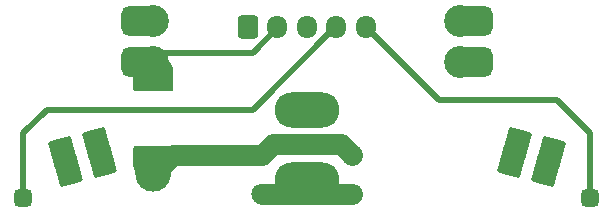
<source format=gbl>
G04 #@! TF.GenerationSoftware,KiCad,Pcbnew,(6.0.5)*
G04 #@! TF.CreationDate,2022-05-28T17:46:07-04:00*
G04 #@! TF.ProjectId,spin-tgd-power,7370696e-2d74-4676-942d-706f7765722e,rev?*
G04 #@! TF.SameCoordinates,Original*
G04 #@! TF.FileFunction,Copper,L2,Bot*
G04 #@! TF.FilePolarity,Positive*
%FSLAX46Y46*%
G04 Gerber Fmt 4.6, Leading zero omitted, Abs format (unit mm)*
G04 Created by KiCad (PCBNEW (6.0.5)) date 2022-05-28 17:46:07*
%MOMM*%
%LPD*%
G01*
G04 APERTURE LIST*
G04 Aperture macros list*
%AMRoundRect*
0 Rectangle with rounded corners*
0 $1 Rounding radius*
0 $2 $3 $4 $5 $6 $7 $8 $9 X,Y pos of 4 corners*
0 Add a 4 corners polygon primitive as box body*
4,1,4,$2,$3,$4,$5,$6,$7,$8,$9,$2,$3,0*
0 Add four circle primitives for the rounded corners*
1,1,$1+$1,$2,$3*
1,1,$1+$1,$4,$5*
1,1,$1+$1,$6,$7*
1,1,$1+$1,$8,$9*
0 Add four rect primitives between the rounded corners*
20,1,$1+$1,$2,$3,$4,$5,0*
20,1,$1+$1,$4,$5,$6,$7,0*
20,1,$1+$1,$6,$7,$8,$9,0*
20,1,$1+$1,$8,$9,$2,$3,0*%
G04 Aperture macros list end*
G04 #@! TA.AperFunction,ComponentPad*
%ADD10C,1.800000*%
G04 #@! TD*
G04 #@! TA.AperFunction,ComponentPad*
%ADD11C,3.000000*%
G04 #@! TD*
G04 #@! TA.AperFunction,ComponentPad*
%ADD12RoundRect,0.250000X-0.600000X-0.725000X0.600000X-0.725000X0.600000X0.725000X-0.600000X0.725000X0*%
G04 #@! TD*
G04 #@! TA.AperFunction,ComponentPad*
%ADD13O,1.700000X1.950000*%
G04 #@! TD*
G04 #@! TA.AperFunction,ComponentPad*
%ADD14RoundRect,0.375000X-0.375000X-0.375000X0.375000X-0.375000X0.375000X0.375000X-0.375000X0.375000X0*%
G04 #@! TD*
G04 #@! TA.AperFunction,SMDPad,CuDef*
%ADD15RoundRect,0.625000X1.125000X-0.625000X1.125000X0.625000X-1.125000X0.625000X-1.125000X-0.625000X0*%
G04 #@! TD*
G04 #@! TA.AperFunction,ComponentPad*
%ADD16C,2.700000*%
G04 #@! TD*
G04 #@! TA.AperFunction,ComponentPad*
%ADD17RoundRect,1.500000X-1.250000X0.000000X-1.250000X0.000000X1.250000X0.000000X1.250000X0.000000X0*%
G04 #@! TD*
G04 #@! TA.AperFunction,SMDPad,CuDef*
%ADD18RoundRect,0.625000X-1.125000X0.625000X-1.125000X-0.625000X1.125000X-0.625000X1.125000X0.625000X0*%
G04 #@! TD*
G04 #@! TA.AperFunction,ComponentPad*
%ADD19RoundRect,0.200000X1.044501X0.807167X-0.500981X1.221277X-1.044501X-0.807167X0.500981X-1.221277X0*%
G04 #@! TD*
G04 #@! TA.AperFunction,ComponentPad*
%ADD20RoundRect,0.200000X-1.044501X-0.807167X0.500981X-1.221277X1.044501X0.807167X-0.500981X1.221277X0*%
G04 #@! TD*
G04 #@! TA.AperFunction,ComponentPad*
%ADD21RoundRect,0.200000X0.500981X1.221277X-1.044501X0.807167X-0.500981X-1.221277X1.044501X-0.807167X0*%
G04 #@! TD*
G04 #@! TA.AperFunction,ComponentPad*
%ADD22RoundRect,0.200000X-0.500981X-1.221277X1.044501X-0.807167X0.500981X1.221277X-1.044501X0.807167X0*%
G04 #@! TD*
G04 #@! TA.AperFunction,SMDPad,CuDef*
%ADD23RoundRect,0.249999X1.425001X-0.450001X1.425001X0.450001X-1.425001X0.450001X-1.425001X-0.450001X0*%
G04 #@! TD*
G04 #@! TA.AperFunction,Conductor*
%ADD24C,1.800000*%
G04 #@! TD*
G04 #@! TA.AperFunction,Conductor*
%ADD25C,0.508000*%
G04 #@! TD*
G04 APERTURE END LIST*
D10*
X-3800000Y-16650000D03*
X-3800000Y-13350000D03*
D11*
X-13000000Y-15000000D03*
D12*
X-5000000Y-2500000D03*
D13*
X-2500000Y-2500000D03*
X0Y-2500000D03*
X2500000Y-2500000D03*
X5000000Y-2500000D03*
D14*
X24000000Y-17000000D03*
D15*
X14000000Y-5500000D03*
D16*
X13000000Y-5500000D03*
D15*
X14000000Y-2000000D03*
D16*
X13000000Y-2000000D03*
D10*
X3800000Y-16650000D03*
X3800000Y-13350000D03*
D17*
X0Y-9500000D03*
X0Y-15500000D03*
D16*
X-13000000Y-2000000D03*
D18*
X-14000000Y-2000000D03*
X-14000000Y-5500000D03*
D16*
X-13000000Y-5500000D03*
D19*
X17356997Y-13836216D03*
D20*
X17745225Y-12387327D03*
X20643003Y-13163784D03*
D19*
X20254775Y-14612673D03*
D21*
X-20254775Y-14612673D03*
D22*
X-20643003Y-13163784D03*
D21*
X-17356997Y-13836216D03*
D22*
X-17745225Y-12387327D03*
D14*
X-24000000Y-17000000D03*
D23*
X-13000000Y-13300000D03*
X-13000000Y-7200000D03*
D24*
X-3800000Y-13350000D02*
X-11350000Y-13350000D01*
X-2900000Y-12450000D02*
X-3800000Y-13350000D01*
X-11350000Y-13350000D02*
X-13000000Y-15000000D01*
X3800000Y-13350000D02*
X2900000Y-12450000D01*
X2900000Y-12450000D02*
X-2900000Y-12450000D01*
X3800000Y-16650000D02*
X-3800000Y-16650000D01*
D25*
X-4600000Y-4700000D02*
X-2500000Y-2600000D01*
X-12200000Y-4700000D02*
X-4600000Y-4700000D01*
X-13000000Y-5500000D02*
X-12200000Y-4700000D01*
X5000000Y-2500000D02*
X11200000Y-8700000D01*
X11200000Y-8700000D02*
X21200000Y-8700000D01*
X24000000Y-11500000D02*
X24000000Y-17000000D01*
X21200000Y-8700000D02*
X24000000Y-11500000D01*
X-24000000Y-11500000D02*
X-22000000Y-9500000D01*
X-22000000Y-9500000D02*
X-4600000Y-9500000D01*
X-24000000Y-17000000D02*
X-24000000Y-11500000D01*
X-4600000Y-9500000D02*
X2500000Y-2400000D01*
G04 #@! TA.AperFunction,Conductor*
G36*
X-11877666Y-4973207D02*
G01*
X-11835157Y-5018879D01*
X-11315385Y-5971794D01*
X-11300000Y-6032129D01*
X-11300000Y-7774000D01*
X-11320002Y-7842121D01*
X-11373658Y-7888614D01*
X-11426000Y-7900000D01*
X-14574000Y-7900000D01*
X-14642121Y-7879998D01*
X-14688614Y-7826342D01*
X-14700000Y-7774000D01*
X-14700000Y-6768789D01*
X-14679998Y-6700668D01*
X-14642135Y-6662801D01*
X-12013907Y-4973226D01*
X-11945789Y-4953214D01*
X-11877666Y-4973207D01*
G37*
G04 #@! TD.AperFunction*
G04 #@! TA.AperFunction,Conductor*
G36*
X-11357879Y-13120002D02*
G01*
X-11311386Y-13173658D01*
X-11300000Y-13226000D01*
X-11300000Y-14185652D01*
X-11303227Y-14213984D01*
X-11577461Y-15402332D01*
X-11612268Y-15464211D01*
X-11675004Y-15497448D01*
X-11700234Y-15500000D01*
X-14299766Y-15500000D01*
X-14367887Y-15479998D01*
X-14414380Y-15426342D01*
X-14422539Y-15402332D01*
X-14696773Y-14213984D01*
X-14700000Y-14185652D01*
X-14700000Y-13226000D01*
X-14679998Y-13157879D01*
X-14626342Y-13111386D01*
X-14574000Y-13100000D01*
X-11426000Y-13100000D01*
X-11357879Y-13120002D01*
G37*
G04 #@! TD.AperFunction*
M02*

</source>
